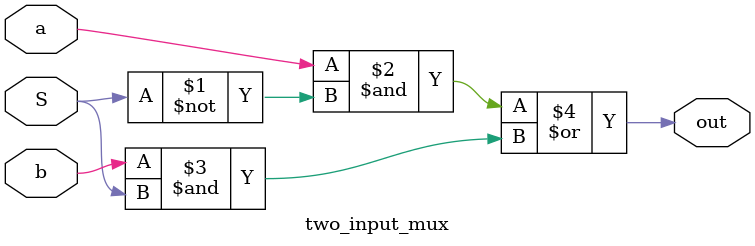
<source format=v>
module two_input_mux (a, b, S, out);

	input a, b, S;
	output out;

	assign out = (a & ~S) | (b & S);



endmodule

</source>
